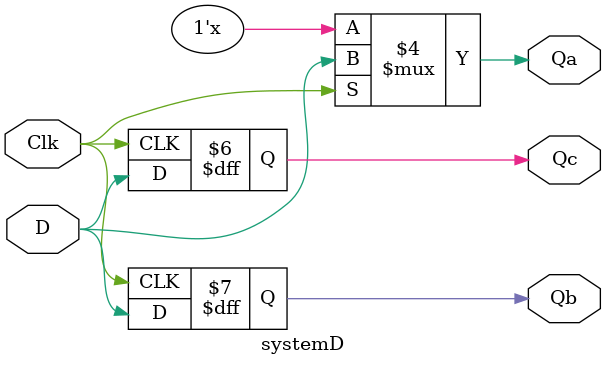
<source format=v>
module systemD (Clk, D, Qa, Qb, Qc);
	input Clk, D;
	output reg Qa, Qb, Qc;
	
	//gated D-latch
	//Use an always block for a gated D input
	
	//your code here
	always @(D, Clk)
		if(Clk)
			Qa <= D;

	//positive-edge triggered D-FF
	//Use an always block for a positive-edge triggered D-FF
	
	//your code goes here

	always @(posedge Clk)
			Qb <= D;
	
	//negative-edge triggered D ff
	
	always @(negedge Clk)
			Qc <= D;
			
endmodule 
</source>
